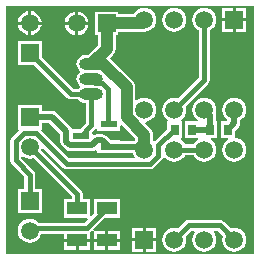
<source format=gtl>
G04 Layer_Physical_Order=1*
G04 Layer_Color=255*
%FSLAX44Y44*%
%MOMM*%
G71*
G01*
G75*
%ADD10R,0.7000X0.9000*%
%ADD11R,1.4500X0.6000*%
%ADD12R,1.7000X1.1000*%
%ADD13C,0.4000*%
%ADD14C,0.5000*%
%ADD15C,1.0000*%
%ADD16R,1.5000X1.5000*%
%ADD17C,1.5000*%
%ADD18R,1.5000X1.5000*%
%ADD19O,2.0000X1.0000*%
%ADD20O,2.0000X1.0000*%
G36*
X215000Y5000D02*
X5000D01*
Y215000D01*
X215000D01*
Y5000D01*
D02*
G37*
%LPC*%
G36*
X208140Y213140D02*
X199370D01*
Y204370D01*
X208140D01*
Y213140D01*
D02*
G37*
G36*
X196830D02*
X188060D01*
Y204370D01*
X196830D01*
Y213140D01*
D02*
G37*
G36*
X26270Y210359D02*
Y201670D01*
X34959D01*
X34782Y203021D01*
X33770Y205463D01*
X32161Y207561D01*
X30063Y209170D01*
X27621Y210182D01*
X26270Y210359D01*
D02*
G37*
G36*
X23730D02*
X22379Y210182D01*
X19937Y209170D01*
X17839Y207561D01*
X16230Y205463D01*
X15218Y203021D01*
X15041Y201670D01*
X23730D01*
Y210359D01*
D02*
G37*
G36*
X65870Y209959D02*
Y201270D01*
X74559D01*
X74382Y202621D01*
X73370Y205063D01*
X71761Y207161D01*
X69663Y208770D01*
X67221Y209782D01*
X65870Y209959D01*
D02*
G37*
G36*
X63330D02*
X61979Y209782D01*
X59537Y208770D01*
X57439Y207161D01*
X55830Y205063D01*
X54818Y202621D01*
X54641Y201270D01*
X63330D01*
Y209959D01*
D02*
G37*
G36*
X208140Y201830D02*
X199370D01*
Y193060D01*
X208140D01*
Y201830D01*
D02*
G37*
G36*
X196830D02*
X188060D01*
Y193060D01*
X196830D01*
Y201830D01*
D02*
G37*
G36*
X147300Y213227D02*
X144679Y212882D01*
X142237Y211870D01*
X140139Y210261D01*
X138530Y208163D01*
X137518Y205721D01*
X137173Y203100D01*
X137518Y200479D01*
X138530Y198037D01*
X140139Y195939D01*
X142237Y194330D01*
X144679Y193318D01*
X147300Y192973D01*
X149921Y193318D01*
X152363Y194330D01*
X154461Y195939D01*
X156070Y198037D01*
X157082Y200479D01*
X157427Y203100D01*
X157082Y205721D01*
X156070Y208163D01*
X154461Y210261D01*
X152363Y211870D01*
X149921Y212882D01*
X147300Y213227D01*
D02*
G37*
G36*
X172700D02*
X170079Y212882D01*
X167637Y211870D01*
X165539Y210261D01*
X163930Y208163D01*
X162918Y205721D01*
X162573Y203100D01*
X162918Y200479D01*
X163930Y198037D01*
X165539Y195939D01*
X167637Y194330D01*
X168071Y194150D01*
Y154217D01*
X150355Y136502D01*
X149921Y136682D01*
X147300Y137027D01*
X144679Y136682D01*
X142237Y135670D01*
X140139Y134061D01*
X138530Y131963D01*
X137518Y129521D01*
X137173Y126900D01*
X137518Y124279D01*
X138530Y121837D01*
X140139Y119739D01*
X142002Y118310D01*
X141827Y117346D01*
X141667Y117040D01*
X141460D01*
Y110833D01*
X130775Y100148D01*
X130321Y100203D01*
X129505Y100588D01*
Y105630D01*
X129246Y107598D01*
X128801Y108673D01*
X128486Y109433D01*
X127278Y111008D01*
X122689Y115596D01*
X123144Y116937D01*
X124521Y117118D01*
X126963Y118130D01*
X129061Y119739D01*
X130670Y121837D01*
X131682Y124279D01*
X132027Y126900D01*
X131682Y129521D01*
X130670Y131963D01*
X129061Y134061D01*
X126963Y135670D01*
X124521Y136682D01*
X121900Y137027D01*
X119279Y136682D01*
X116837Y135670D01*
X115735Y134825D01*
X114465Y135451D01*
Y145874D01*
X114206Y147843D01*
X113446Y149677D01*
X112238Y151252D01*
X92772Y170717D01*
X95378Y173322D01*
X96586Y174897D01*
X96901Y175657D01*
X97346Y176732D01*
X97605Y178700D01*
Y189960D01*
X100040D01*
Y192395D01*
X118800D01*
X120768Y192654D01*
X121626Y193009D01*
X121900Y192973D01*
X124521Y193318D01*
X126963Y194330D01*
X129061Y195939D01*
X130670Y198037D01*
X131682Y200479D01*
X132027Y203100D01*
X131682Y205721D01*
X130670Y208163D01*
X129061Y210261D01*
X126963Y211870D01*
X124521Y212882D01*
X121900Y213227D01*
X119279Y212882D01*
X116837Y211870D01*
X114739Y210261D01*
X113130Y208163D01*
X112899Y207605D01*
X100040D01*
Y210040D01*
X79960D01*
Y189960D01*
X82395D01*
Y181850D01*
X73850Y173305D01*
X72000D01*
X70032Y173046D01*
X68197Y172286D01*
X66622Y171078D01*
X65414Y169503D01*
X64654Y167668D01*
X64395Y165700D01*
X64654Y163732D01*
X65414Y161898D01*
X66622Y160322D01*
X67062Y159985D01*
Y158715D01*
X66622Y158378D01*
X65414Y156803D01*
X64654Y154968D01*
X64395Y153000D01*
X64654Y151032D01*
X65414Y149198D01*
X66622Y147622D01*
X67062Y147285D01*
Y146015D01*
X66622Y145678D01*
X66048Y144929D01*
X61617D01*
X35040Y171506D01*
Y185040D01*
X14960D01*
Y164960D01*
X28494D01*
X56427Y137027D01*
X56427Y137027D01*
X57929Y136023D01*
X59700Y135671D01*
X59700Y135671D01*
X66048D01*
X66622Y134922D01*
X68197Y133714D01*
X70032Y132954D01*
X72000Y132695D01*
X72371D01*
Y115667D01*
X67244Y110540D01*
X60708D01*
X60708Y110542D01*
X59594Y112209D01*
X47169Y124634D01*
X45502Y125748D01*
X43535Y126139D01*
X35040D01*
Y131040D01*
X14960D01*
Y110960D01*
X14991D01*
X15517Y109690D01*
X9687Y103860D01*
X8683Y102359D01*
X8331Y100587D01*
X8331Y100587D01*
Y84040D01*
X8331Y84040D01*
X8683Y82269D01*
X9687Y80767D01*
X20371Y70083D01*
Y60040D01*
X14960D01*
Y39960D01*
X35040D01*
Y60040D01*
X29629D01*
Y72000D01*
X29629Y72000D01*
X29277Y73771D01*
X28273Y75273D01*
X28273Y75273D01*
X17685Y85861D01*
X17806Y87135D01*
X18878Y87642D01*
X19937Y86830D01*
X22379Y85818D01*
X25000Y85473D01*
X27621Y85818D01*
X28055Y85998D01*
X60371Y53683D01*
Y51540D01*
X53960D01*
Y35460D01*
X73754D01*
X74240Y34287D01*
X71123Y31169D01*
X32615D01*
X32161Y31761D01*
X30063Y33370D01*
X27621Y34382D01*
X25000Y34727D01*
X22379Y34382D01*
X19937Y33370D01*
X17839Y31761D01*
X16230Y29663D01*
X15218Y27221D01*
X14873Y24600D01*
X15218Y21979D01*
X16230Y19537D01*
X17839Y17439D01*
X19937Y15830D01*
X22379Y14818D01*
X25000Y14473D01*
X27621Y14818D01*
X30063Y15830D01*
X32161Y17439D01*
X33770Y19537D01*
X34753Y21911D01*
X53960D01*
Y17770D01*
X65000D01*
X76040D01*
Y23084D01*
X76313Y23267D01*
X77763Y24717D01*
X78960Y24118D01*
X78960Y23445D01*
Y17770D01*
X88730D01*
Y24540D01*
X80146D01*
X79382Y24540D01*
X78783Y25737D01*
X88506Y35460D01*
X101040D01*
Y51540D01*
X78960D01*
Y39006D01*
X77213Y37260D01*
X76040Y37746D01*
Y51540D01*
X69629D01*
Y55600D01*
X69629Y55600D01*
X69277Y57371D01*
X68273Y58873D01*
X68273Y58873D01*
X34602Y92545D01*
X34782Y92979D01*
X34959Y94326D01*
X36300Y94781D01*
X53294Y77787D01*
X53294Y77787D01*
X54796Y76783D01*
X56567Y76431D01*
X56567Y76431D01*
X126887D01*
X126887Y76431D01*
X128659Y76783D01*
X130160Y77787D01*
X137213Y84840D01*
X137213Y84840D01*
X138217Y86341D01*
X138249Y86503D01*
X139486Y86791D01*
X140139Y85939D01*
X142237Y84330D01*
X144679Y83318D01*
X147300Y82973D01*
X149921Y83318D01*
X152363Y84330D01*
X154461Y85939D01*
X156070Y88037D01*
X156250Y88471D01*
X163750D01*
X163930Y88037D01*
X165539Y85939D01*
X167637Y84330D01*
X170079Y83318D01*
X172700Y82973D01*
X175321Y83318D01*
X177763Y84330D01*
X179861Y85939D01*
X181470Y88037D01*
X182482Y90479D01*
X182827Y93100D01*
X182482Y95721D01*
X181470Y98163D01*
X179861Y100261D01*
X177998Y101690D01*
X178173Y102654D01*
X178333Y102960D01*
X183540D01*
Y117040D01*
X182639D01*
Y122100D01*
X182295Y123828D01*
X182482Y124279D01*
X182827Y126900D01*
X182482Y129521D01*
X181470Y131963D01*
X179861Y134061D01*
X177763Y135670D01*
X175321Y136682D01*
X172700Y137027D01*
X170079Y136682D01*
X167637Y135670D01*
X165539Y134061D01*
X163930Y131963D01*
X162918Y129521D01*
X162573Y126900D01*
X162918Y124279D01*
X163930Y121837D01*
X165539Y119739D01*
X167402Y118310D01*
X167227Y117346D01*
X167068Y117040D01*
X156460D01*
Y102960D01*
X167067D01*
X167227Y102654D01*
X167402Y101690D01*
X165539Y100261D01*
X163930Y98163D01*
X163750Y97729D01*
X156250D01*
X156070Y98163D01*
X154461Y100261D01*
X152598Y101690D01*
X152773Y102654D01*
X152933Y102960D01*
X153540D01*
Y117040D01*
X152933D01*
X152773Y117346D01*
X152598Y118310D01*
X154461Y119739D01*
X156070Y121837D01*
X157082Y124279D01*
X157427Y126900D01*
X157082Y129521D01*
X156902Y129955D01*
X175973Y149027D01*
X175973Y149027D01*
X176977Y150529D01*
X177329Y152300D01*
X177329Y152300D01*
Y194150D01*
X177763Y194330D01*
X179861Y195939D01*
X181470Y198037D01*
X182482Y200479D01*
X182827Y203100D01*
X182482Y205721D01*
X181470Y208163D01*
X179861Y210261D01*
X177763Y211870D01*
X175321Y212882D01*
X172700Y213227D01*
D02*
G37*
G36*
X34959Y199130D02*
X26270D01*
Y190441D01*
X27621Y190618D01*
X30063Y191630D01*
X32161Y193239D01*
X33770Y195337D01*
X34782Y197779D01*
X34959Y199130D01*
D02*
G37*
G36*
X23730D02*
X15041D01*
X15218Y197779D01*
X16230Y195337D01*
X17839Y193239D01*
X19937Y191630D01*
X22379Y190618D01*
X23730Y190441D01*
Y199130D01*
D02*
G37*
G36*
X74559Y198730D02*
X65870D01*
Y190041D01*
X67221Y190218D01*
X69663Y191230D01*
X71761Y192839D01*
X73370Y194937D01*
X74382Y197379D01*
X74559Y198730D01*
D02*
G37*
G36*
X63330D02*
X54641D01*
X54818Y197379D01*
X55830Y194937D01*
X57439Y192839D01*
X59537Y191230D01*
X61979Y190218D01*
X63330Y190041D01*
Y198730D01*
D02*
G37*
G36*
X198100Y137027D02*
X195479Y136682D01*
X193037Y135670D01*
X190939Y134061D01*
X189330Y131963D01*
X188318Y129521D01*
X187973Y126900D01*
X188318Y124279D01*
X189330Y121837D01*
X190939Y119739D01*
X191567Y119257D01*
X191691Y117656D01*
X191108Y117040D01*
X186460D01*
Y102960D01*
X192467D01*
X192627Y102654D01*
X192802Y101690D01*
X190939Y100261D01*
X189330Y98163D01*
X188318Y95721D01*
X187973Y93100D01*
X188318Y90479D01*
X189330Y88037D01*
X190939Y85939D01*
X193037Y84330D01*
X195479Y83318D01*
X198100Y82973D01*
X200721Y83318D01*
X203163Y84330D01*
X205261Y85939D01*
X206870Y88037D01*
X207882Y90479D01*
X208227Y93100D01*
X207882Y95721D01*
X206870Y98163D01*
X205261Y100261D01*
X203163Y101870D01*
X200721Y102882D01*
X198540Y103169D01*
Y108773D01*
X201734Y111966D01*
X202848Y113633D01*
X203239Y115600D01*
Y118188D01*
X205261Y119739D01*
X206870Y121837D01*
X207882Y124279D01*
X208227Y126900D01*
X207882Y129521D01*
X206870Y131963D01*
X205261Y134061D01*
X203163Y135670D01*
X200721Y136682D01*
X198100Y137027D01*
D02*
G37*
G36*
X186000Y33629D02*
X186000Y33629D01*
X159400D01*
X157629Y33277D01*
X156127Y32273D01*
X156127Y32273D01*
X150355Y26502D01*
X149921Y26682D01*
X147300Y27027D01*
X144679Y26682D01*
X142237Y25670D01*
X140139Y24061D01*
X138530Y21963D01*
X137518Y19521D01*
X137173Y16900D01*
X137518Y14279D01*
X138530Y11837D01*
X140139Y9739D01*
X142237Y8130D01*
X144679Y7118D01*
X147300Y6773D01*
X149921Y7118D01*
X152363Y8130D01*
X154461Y9739D01*
X156070Y11837D01*
X157082Y14279D01*
X157427Y16900D01*
X157082Y19521D01*
X156902Y19955D01*
X161317Y24371D01*
X164177D01*
X164803Y23101D01*
X163930Y21963D01*
X162918Y19521D01*
X162573Y16900D01*
X162918Y14279D01*
X163930Y11837D01*
X165539Y9739D01*
X167637Y8130D01*
X170079Y7118D01*
X172700Y6773D01*
X175321Y7118D01*
X177763Y8130D01*
X179861Y9739D01*
X181470Y11837D01*
X182482Y14279D01*
X182827Y16900D01*
X182482Y19521D01*
X181470Y21963D01*
X180597Y23101D01*
X181223Y24371D01*
X184083D01*
X188498Y19955D01*
X188318Y19521D01*
X187973Y16900D01*
X188318Y14279D01*
X189330Y11837D01*
X190939Y9739D01*
X193037Y8130D01*
X195479Y7118D01*
X198100Y6773D01*
X200721Y7118D01*
X203163Y8130D01*
X205261Y9739D01*
X206870Y11837D01*
X207882Y14279D01*
X208227Y16900D01*
X207882Y19521D01*
X206870Y21963D01*
X205261Y24061D01*
X203163Y25670D01*
X200721Y26682D01*
X198100Y27027D01*
X195479Y26682D01*
X195045Y26502D01*
X189273Y32273D01*
X187771Y33277D01*
X186000Y33629D01*
D02*
G37*
G36*
X131940Y26940D02*
X123170D01*
Y18170D01*
X131940D01*
Y26940D01*
D02*
G37*
G36*
X120630D02*
X111860D01*
Y18170D01*
X120630D01*
Y26940D01*
D02*
G37*
G36*
X91270Y24540D02*
Y17770D01*
X101040D01*
Y24540D01*
X91270D01*
D02*
G37*
G36*
X101040Y15230D02*
X91270D01*
Y8460D01*
X101040D01*
Y15230D01*
D02*
G37*
G36*
X88730D02*
X78960D01*
Y8460D01*
X88730D01*
Y15230D01*
D02*
G37*
G36*
X76040D02*
X66270D01*
Y8460D01*
X76040D01*
Y15230D01*
D02*
G37*
G36*
X63730D02*
X53960D01*
Y8460D01*
X63730D01*
Y15230D01*
D02*
G37*
G36*
X131940Y15630D02*
X123170D01*
Y6860D01*
X131940D01*
Y15630D01*
D02*
G37*
G36*
X120630D02*
X111860D01*
Y6860D01*
X120630D01*
Y15630D01*
D02*
G37*
%LPD*%
G36*
X114295Y102480D02*
Y101010D01*
X114122Y100878D01*
X113939Y100639D01*
X101540D01*
Y101040D01*
X93477D01*
X89884Y104634D01*
X88216Y105747D01*
X86250Y106139D01*
X81628D01*
X79661Y105747D01*
X79160Y105413D01*
X78040Y106011D01*
Y108244D01*
X80273Y110477D01*
X80690Y111101D01*
X81960Y110715D01*
Y108960D01*
X101540D01*
Y113576D01*
X102713Y114062D01*
X114295Y102480D01*
D02*
G37*
G36*
X50821Y106447D02*
Y99912D01*
X51212Y97946D01*
X52326Y96279D01*
X55279Y93326D01*
X56946Y92212D01*
X58912Y91821D01*
X77588D01*
X79554Y92212D01*
X80690Y92971D01*
X81960Y92320D01*
Y89960D01*
X101540D01*
Y90361D01*
X112167D01*
X113130Y88037D01*
X113957Y86959D01*
X113331Y85689D01*
X58485D01*
X34483Y109690D01*
X35010Y110960D01*
X35040D01*
Y115861D01*
X41407D01*
X50821Y106447D01*
D02*
G37*
D10*
X177500Y110000D02*
D03*
X192500D02*
D03*
X162500Y110000D02*
D03*
X147500D02*
D03*
D11*
X91750Y95500D02*
D03*
Y114500D02*
D03*
X68250Y105000D02*
D03*
D12*
X90000Y43500D02*
D03*
Y16500D02*
D03*
X65000Y43500D02*
D03*
Y16500D02*
D03*
D13*
X147300Y16900D02*
X159400Y29000D01*
X186000D01*
X198100Y16900D01*
X147300Y126900D02*
X172700Y152300D01*
Y203100D01*
X25000Y175000D02*
X59700Y140300D01*
X77000D01*
X68250Y105000D02*
X77000Y113750D01*
Y140300D01*
X91540Y114710D02*
Y144252D01*
X85952Y149840D02*
X91540Y144252D01*
X80160Y149840D02*
X85952D01*
X77000Y153000D02*
X80160Y149840D01*
X25000Y50000D02*
Y72000D01*
X12960Y84040D02*
X25000Y72000D01*
X12960Y84040D02*
Y100587D01*
X20013Y107640D01*
X29987D01*
X56567Y81060D01*
X126887D01*
X133940Y88113D01*
Y96767D01*
X147173Y110000D01*
X147500D01*
X25000Y26540D02*
X73040D01*
X90000Y43500D01*
X25000Y24600D02*
Y26540D01*
X147300Y93100D02*
X172700D01*
X25000Y95600D02*
X65000Y55600D01*
Y43500D02*
Y55600D01*
D14*
X162500Y110000D02*
X177500D01*
X172700Y126900D02*
X177500Y122100D01*
Y110000D02*
Y122100D01*
X192500Y110000D02*
X198100Y115600D01*
Y126900D01*
X25000Y121000D02*
X43535D01*
X55960Y108575D01*
Y99912D02*
Y108575D01*
Y99912D02*
X58912Y96960D01*
X77588D01*
X81628Y101000D01*
X86250D01*
X91750Y95500D01*
X119500D01*
D15*
X90000Y200000D02*
X118800D01*
X119500Y95500D02*
X121900Y93100D01*
Y105630D01*
X106860Y120670D02*
X121900Y105630D01*
X106860Y120670D02*
Y145874D01*
X87194Y165540D02*
X106860Y145874D01*
X77160Y165540D02*
X87194D01*
X77000Y165700D02*
X77160Y165540D01*
X77000Y165700D02*
X90000Y178700D01*
Y200000D01*
D16*
D03*
D17*
X64600D02*
D03*
X25000Y200400D02*
D03*
Y24600D02*
D03*
Y95600D02*
D03*
X147300Y16900D02*
D03*
X172700D02*
D03*
X198100D02*
D03*
X121900Y93100D02*
D03*
X147300D02*
D03*
X172700D02*
D03*
X198100D02*
D03*
X172700Y203100D02*
D03*
X147300D02*
D03*
X121900D02*
D03*
X198100Y126900D02*
D03*
X172700D02*
D03*
X147300D02*
D03*
X121900D02*
D03*
D18*
X25000Y175000D02*
D03*
Y50000D02*
D03*
Y121000D02*
D03*
X121900Y16900D02*
D03*
X198100Y203100D02*
D03*
D19*
X77000Y165700D02*
D03*
Y153000D02*
D03*
D20*
Y140300D02*
D03*
M02*

</source>
